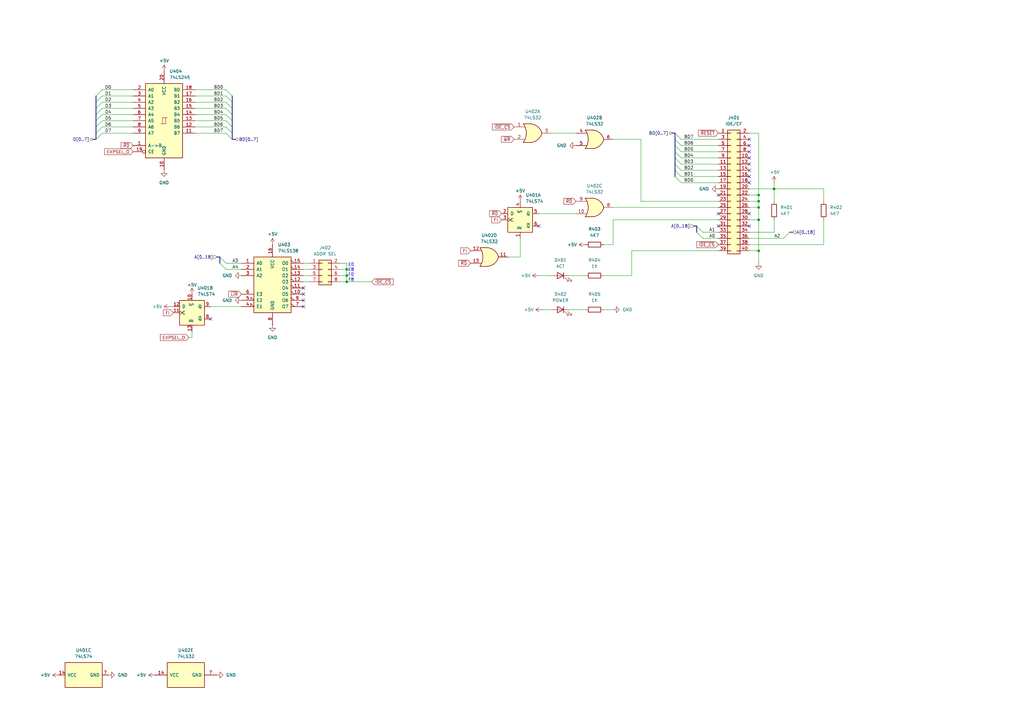
<source format=kicad_sch>
(kicad_sch (version 20231120) (generator "eeschema") (generator_version "8.0")
  (paper "A3")
  (lib_symbols
    (symbol "74xx:74LS138" (pin_names (offset 1.016))
      (property "Reference" "U" (at -7.62 11.43 0))
      (property "Value" "74LS138" (at -7.62 -13.97 0))
      (symbol "74LS138_1_0"
        (pin input line (at -12.7 7.62 0) (length 5.08) (name "A0") (number "1"))
        (pin output output_low (at 12.7 -5.08 180) (length 5.08) (name "O5") (number "10"))
        (pin output output_low (at 12.7 -2.54 180) (length 5.08) (name "O4") (number "11"))
        (pin output output_low (at 12.7 0 180) (length 5.08) (name "O3") (number "12"))
        (pin output output_low (at 12.7 2.54 180) (length 5.08) (name "O2") (number "13"))
        (pin output output_low (at 12.7 5.08 180) (length 5.08) (name "O1") (number "14"))
        (pin output output_low (at 12.7 7.62 180) (length 5.08) (name "O0") (number "15"))
        (pin power_in line (at 0 15.24 270) (length 5.08) (name "VCC") (number "16"))
        (pin input line (at -12.7 5.08 0) (length 5.08) (name "A1") (number "2"))
        (pin input line (at -12.7 2.54 0) (length 5.08) (name "A2") (number "3"))
        (pin input input_low (at -12.7 -10.16 0) (length 5.08) (name "E1") (number "4"))
        (pin input input_low (at -12.7 -7.62 0) (length 5.08) (name "E2") (number "5"))
        (pin input line (at -12.7 -5.08 0) (length 5.08) (name "E3") (number "6"))
        (pin output output_low (at 12.7 -10.16 180) (length 5.08) (name "O7") (number "7"))
        (pin power_in line (at 0 -17.78 90) (length 5.08) (name "GND") (number "8"))
        (pin output output_low (at 12.7 -7.62 180) (length 5.08) (name "O6") (number "9"))
      )
      (symbol "74LS138_1_1"
        (rectangle (start -7.62 10.16) (end 7.62 -12.7) (stroke (width 0.254)) (fill (type background)))
      )
    )
    (symbol "74xx:74LS245" (pin_names (offset 1.016))
      (property "Reference" "U" (at -7.62 16.51 0))
      (property "Value" "74LS245" (at -7.62 -16.51 0))
      (symbol "74LS245_1_0"
        (polyline (pts (xy -0.635 -1.27) (xy -0.635 1.27) (xy 0.635 1.27)))
        (polyline (pts (xy -1.27 -1.27) (xy 0.635 -1.27) (xy 0.635 1.27) (xy 1.27 1.27)))
        (pin input line (at -12.7 -10.16 0) (length 5.08) (name "A->B") (number "1"))
        (pin power_in line (at 0 -20.32 90) (length 5.08) (name "GND") (number "10"))
        (pin tri_state line (at 12.7 -5.08 180) (length 5.08) (name "B7") (number "11"))
        (pin tri_state line (at 12.7 -2.54 180) (length 5.08) (name "B6") (number "12"))
        (pin tri_state line (at 12.7 0 180) (length 5.08) (name "B5") (number "13"))
        (pin tri_state line (at 12.7 2.54 180) (length 5.08) (name "B4") (number "14"))
        (pin tri_state line (at 12.7 5.08 180) (length 5.08) (name "B3") (number "15"))
        (pin tri_state line (at 12.7 7.62 180) (length 5.08) (name "B2") (number "16"))
        (pin tri_state line (at 12.7 10.16 180) (length 5.08) (name "B1") (number "17"))
        (pin tri_state line (at 12.7 12.7 180) (length 5.08) (name "B0") (number "18"))
        (pin input inverted (at -12.7 -12.7 0) (length 5.08) (name "CE") (number "19"))
        (pin tri_state line (at -12.7 12.7 0) (length 5.08) (name "A0") (number "2"))
        (pin power_in line (at 0 20.32 270) (length 5.08) (name "VCC") (number "20"))
        (pin tri_state line (at -12.7 10.16 0) (length 5.08) (name "A1") (number "3"))
        (pin tri_state line (at -12.7 7.62 0) (length 5.08) (name "A2") (number "4"))
        (pin tri_state line (at -12.7 5.08 0) (length 5.08) (name "A3") (number "5"))
        (pin tri_state line (at -12.7 2.54 0) (length 5.08) (name "A4") (number "6"))
        (pin tri_state line (at -12.7 0 0) (length 5.08) (name "A5") (number "7"))
        (pin tri_state line (at -12.7 -2.54 0) (length 5.08) (name "A6") (number "8"))
        (pin tri_state line (at -12.7 -5.08 0) (length 5.08) (name "A7") (number "9"))
      )
      (symbol "74LS245_1_1"
        (rectangle (start -7.62 15.24) (end 7.62 -15.24) (stroke (width 0.254)) (fill (type background)))
      )
    )
    (symbol "74xx:74LS32" (pin_names (offset 1.016))
      (property "Reference" "U" (at 0 1.27 0))
      (property "Value" "74LS32" (at 0 -1.27 0))
      (symbol "74LS32_1_1"
        (arc (start -3.81 -3.81) (mid -2.589 0) (end -3.81 3.81) (stroke (width 0.254)))
        (arc (start -0.6096 -3.81) (mid 2.1842 -2.5851) (end 3.81 0) (stroke (width 0.254)) (fill (type background)))
        (polyline (pts (xy -3.81 -3.81) (xy -0.635 -3.81)) (stroke (width 0.254)) (fill (type background)))
        (polyline (pts (xy -3.81 3.81) (xy -0.635 3.81)) (stroke (width 0.254)) (fill (type background)))
        (polyline (pts (xy -0.635 3.81) (xy -3.81 3.81) (xy -3.81 3.81) (xy -3.556 3.4036) (xy -3.0226 2.2606) (xy -2.6924 1.0414) (xy -2.6162 -0.254) (xy -2.7686 -1.4986) (xy -3.175 -2.7178) (xy -3.81 -3.81) (xy -3.81 -3.81) (xy -0.635 -3.81)) (stroke (width -25.4)) (fill (type background)))
        (arc (start 3.81 0) (mid 2.1915 2.5936) (end -0.6096 3.81) (stroke (width 0.254)) (fill (type background)))
        (pin input line (at -7.62 2.54 0) (length 4.318) (name "~") (number "1"))
        (pin input line (at -7.62 -2.54 0) (length 4.318) (name "~") (number "2"))
        (pin output line (at 7.62 0 180) (length 3.81) (name "~") (number "3"))
      )
      (symbol "74LS32_1_2"
        (arc (start 0 -3.81) (mid 3.7934 0) (end 0 3.81) (stroke (width 0.254)) (fill (type background)))
        (polyline (pts (xy 0 3.81) (xy -3.81 3.81) (xy -3.81 -3.81) (xy 0 -3.81)) (stroke (width 0.254)) (fill (type background)))
        (pin input inverted (at -7.62 2.54 0) (length 3.81) (name "~") (number "1"))
        (pin input inverted (at -7.62 -2.54 0) (length 3.81) (name "~") (number "2"))
        (pin output inverted (at 7.62 0 180) (length 3.81) (name "~") (number "3"))
      )
      (symbol "74LS32_2_1"
        (arc (start -3.81 -3.81) (mid -2.589 0) (end -3.81 3.81) (stroke (width 0.254)))
        (arc (start -0.6096 -3.81) (mid 2.1842 -2.5851) (end 3.81 0) (stroke (width 0.254)) (fill (type background)))
        (polyline (pts (xy -3.81 -3.81) (xy -0.635 -3.81)) (stroke (width 0.254)) (fill (type background)))
        (polyline (pts (xy -3.81 3.81) (xy -0.635 3.81)) (stroke (width 0.254)) (fill (type background)))
        (polyline (pts (xy -0.635 3.81) (xy -3.81 3.81) (xy -3.81 3.81) (xy -3.556 3.4036) (xy -3.0226 2.2606) (xy -2.6924 1.0414) (xy -2.6162 -0.254) (xy -2.7686 -1.4986) (xy -3.175 -2.7178) (xy -3.81 -3.81) (xy -3.81 -3.81) (xy -0.635 -3.81)) (stroke (width -25.4)) (fill (type background)))
        (arc (start 3.81 0) (mid 2.1915 2.5936) (end -0.6096 3.81) (stroke (width 0.254)) (fill (type background)))
        (pin input line (at -7.62 2.54 0) (length 4.318) (name "~") (number "4"))
        (pin input line (at -7.62 -2.54 0) (length 4.318) (name "~") (number "5"))
        (pin output line (at 7.62 0 180) (length 3.81) (name "~") (number "6"))
      )
      (symbol "74LS32_2_2"
        (arc (start 0 -3.81) (mid 3.7934 0) (end 0 3.81) (stroke (width 0.254)) (fill (type background)))
        (polyline (pts (xy 0 3.81) (xy -3.81 3.81) (xy -3.81 -3.81) (xy 0 -3.81)) (stroke (width 0.254)) (fill (type background)))
        (pin input inverted (at -7.62 2.54 0) (length 3.81) (name "~") (number "4"))
        (pin input inverted (at -7.62 -2.54 0) (length 3.81) (name "~") (number "5"))
        (pin output inverted (at 7.62 0 180) (length 3.81) (name "~") (number "6"))
      )
      (symbol "74LS32_3_1"
        (arc (start -3.81 -3.81) (mid -2.589 0) (end -3.81 3.81) (stroke (width 0.254)))
        (arc (start -0.6096 -3.81) (mid 2.1842 -2.5851) (end 3.81 0) (stroke (width 0.254)) (fill (type background)))
        (polyline (pts (xy -3.81 -3.81) (xy -0.635 -3.81)) (stroke (width 0.254)) (fill (type background)))
        (polyline (pts (xy -3.81 3.81) (xy -0.635 3.81)) (stroke (width 0.254)) (fill (type background)))
        (polyline (pts (xy -0.635 3.81) (xy -3.81 3.81) (xy -3.81 3.81) (xy -3.556 3.4036) (xy -3.0226 2.2606) (xy -2.6924 1.0414) (xy -2.6162 -0.254) (xy -2.7686 -1.4986) (xy -3.175 -2.7178) (xy -3.81 -3.81) (xy -3.81 -3.81) (xy -0.635 -3.81)) (stroke (width -25.4)) (fill (type background)))
        (arc (start 3.81 0) (mid 2.1915 2.5936) (end -0.6096 3.81) (stroke (width 0.254)) (fill (type background)))
        (pin input line (at -7.62 -2.54 0) (length 4.318) (name "~") (number "10"))
        (pin output line (at 7.62 0 180) (length 3.81) (name "~") (number "8"))
        (pin input line (at -7.62 2.54 0) (length 4.318) (name "~") (number "9"))
      )
      (symbol "74LS32_3_2"
        (arc (start 0 -3.81) (mid 3.7934 0) (end 0 3.81) (stroke (width 0.254)) (fill (type background)))
        (polyline (pts (xy 0 3.81) (xy -3.81 3.81) (xy -3.81 -3.81) (xy 0 -3.81)) (stroke (width 0.254)) (fill (type background)))
        (pin input inverted (at -7.62 -2.54 0) (length 3.81) (name "~") (number "10"))
        (pin output inverted (at 7.62 0 180) (length 3.81) (name "~") (number "8"))
        (pin input inverted (at -7.62 2.54 0) (length 3.81) (name "~") (number "9"))
      )
      (symbol "74LS32_4_1"
        (arc (start -3.81 -3.81) (mid -2.589 0) (end -3.81 3.81) (stroke (width 0.254)))
        (arc (start -0.6096 -3.81) (mid 2.1842 -2.5851) (end 3.81 0) (stroke (width 0.254)) (fill (type background)))
        (polyline (pts (xy -3.81 -3.81) (xy -0.635 -3.81)) (stroke (width 0.254)) (fill (type background)))
        (polyline (pts (xy -3.81 3.81) (xy -0.635 3.81)) (stroke (width 0.254)) (fill (type background)))
        (polyline (pts (xy -0.635 3.81) (xy -3.81 3.81) (xy -3.81 3.81) (xy -3.556 3.4036) (xy -3.0226 2.2606) (xy -2.6924 1.0414) (xy -2.6162 -0.254) (xy -2.7686 -1.4986) (xy -3.175 -2.7178) (xy -3.81 -3.81) (xy -3.81 -3.81) (xy -0.635 -3.81)) (stroke (width -25.4)) (fill (type background)))
        (arc (start 3.81 0) (mid 2.1915 2.5936) (end -0.6096 3.81) (stroke (width 0.254)) (fill (type background)))
        (pin output line (at 7.62 0 180) (length 3.81) (name "~") (number "11"))
        (pin input line (at -7.62 2.54 0) (length 4.318) (name "~") (number "12"))
        (pin input line (at -7.62 -2.54 0) (length 4.318) (name "~") (number "13"))
      )
      (symbol "74LS32_4_2"
        (arc (start 0 -3.81) (mid 3.7934 0) (end 0 3.81) (stroke (width 0.254)) (fill (type background)))
        (polyline (pts (xy 0 3.81) (xy -3.81 3.81) (xy -3.81 -3.81) (xy 0 -3.81)) (stroke (width 0.254)) (fill (type background)))
        (pin output inverted (at 7.62 0 180) (length 3.81) (name "~") (number "11"))
        (pin input inverted (at -7.62 2.54 0) (length 3.81) (name "~") (number "12"))
        (pin input inverted (at -7.62 -2.54 0) (length 3.81) (name "~") (number "13"))
      )
      (symbol "74LS32_5_0"
        (pin power_in line (at 0 12.7 270) (length 5.08) (name "VCC") (number "14"))
        (pin power_in line (at 0 -12.7 90) (length 5.08) (name "GND") (number "7"))
      )
      (symbol "74LS32_5_1"
        (rectangle (start -5.08 7.62) (end 5.08 -7.62) (stroke (width 0.254)) (fill (type background)))
      )
    )
    (symbol "74xx:74LS74" (pin_names (offset 1.016))
      (property "Reference" "U" (at -7.62 8.89 0))
      (property "Value" "74LS74" (at -7.62 -8.89 0))
      (symbol "74LS74_1_0"
        (pin input line (at 0 -7.62 90) (length 2.54) (name "~{R}") (number "1"))
        (pin input line (at -7.62 2.54 0) (length 2.54) (name "D") (number "2"))
        (pin input clock (at -7.62 0 0) (length 2.54) (name "C") (number "3"))
        (pin input line (at 0 7.62 270) (length 2.54) (name "~{S}") (number "4"))
        (pin output line (at 7.62 2.54 180) (length 2.54) (name "Q") (number "5"))
        (pin output line (at 7.62 -2.54 180) (length 2.54) (name "~{Q}") (number "6"))
      )
      (symbol "74LS74_1_1"
        (rectangle (start -5.08 5.08) (end 5.08 -5.08) (stroke (width 0.254)) (fill (type background)))
      )
      (symbol "74LS74_2_0"
        (pin input line (at 0 7.62 270) (length 2.54) (name "~{S}") (number "10"))
        (pin input clock (at -7.62 0 0) (length 2.54) (name "C") (number "11"))
        (pin input line (at -7.62 2.54 0) (length 2.54) (name "D") (number "12"))
        (pin input line (at 0 -7.62 90) (length 2.54) (name "~{R}") (number "13"))
        (pin output line (at 7.62 -2.54 180) (length 2.54) (name "~{Q}") (number "8"))
        (pin output line (at 7.62 2.54 180) (length 2.54) (name "Q") (number "9"))
      )
      (symbol "74LS74_2_1"
        (rectangle (start -5.08 5.08) (end 5.08 -5.08) (stroke (width 0.254)) (fill (type background)))
      )
      (symbol "74LS74_3_0"
        (pin power_in line (at 0 10.16 270) (length 2.54) (name "VCC") (number "14"))
        (pin power_in line (at 0 -10.16 90) (length 2.54) (name "GND") (number "7"))
      )
      (symbol "74LS74_3_1"
        (rectangle (start -5.08 7.62) (end 5.08 -7.62) (stroke (width 0.254)) (fill (type background)))
      )
    )
    (symbol "Connector_Generic:Conn_02x04_Odd_Even" (pin_names (offset 1.016) hide)
      (property "Reference" "J" (at 1.27 5.08 0))
      (property "Value" "Conn_02x04_Odd_Even" (at 1.27 -7.62 0))
      (symbol "Conn_02x04_Odd_Even_1_1"
        (rectangle (start -1.27 -4.953) (end 0 -5.207) (stroke (width 0.1524)))
        (rectangle (start -1.27 -2.413) (end 0 -2.667) (stroke (width 0.1524)))
        (rectangle (start -1.27 0.127) (end 0 -0.127) (stroke (width 0.1524)))
        (rectangle (start -1.27 2.667) (end 0 2.413) (stroke (width 0.1524)))
        (rectangle (start -1.27 3.81) (end 3.81 -6.35) (stroke (width 0.254)) (fill (type background)))
        (rectangle (start 3.81 -4.953) (end 2.54 -5.207) (stroke (width 0.1524)))
        (rectangle (start 3.81 -2.413) (end 2.54 -2.667) (stroke (width 0.1524)))
        (rectangle (start 3.81 0.127) (end 2.54 -0.127) (stroke (width 0.1524)))
        (rectangle (start 3.81 2.667) (end 2.54 2.413) (stroke (width 0.1524)))
        (pin passive line (at -5.08 2.54 0) (length 3.81) (name "Pin_1") (number "1"))
        (pin passive line (at 7.62 2.54 180) (length 3.81) (name "Pin_2") (number "2"))
        (pin passive line (at -5.08 0 0) (length 3.81) (name "Pin_3") (number "3"))
        (pin passive line (at 7.62 0 180) (length 3.81) (name "Pin_4") (number "4"))
        (pin passive line (at -5.08 -2.54 0) (length 3.81) (name "Pin_5") (number "5"))
        (pin passive line (at 7.62 -2.54 180) (length 3.81) (name "Pin_6") (number "6"))
        (pin passive line (at -5.08 -5.08 0) (length 3.81) (name "Pin_7") (number "7"))
        (pin passive line (at 7.62 -5.08 180) (length 3.81) (name "Pin_8") (number "8"))
      )
    )
    (symbol "Connector_Generic:Conn_02x20_Odd_Even" (pin_names (offset 1.016) hide)
      (property "Reference" "J" (at 1.27 25.4 0))
      (property "Value" "Conn_02x20_Odd_Even" (at 1.27 -27.94 0))
      (symbol "Conn_02x20_Odd_Even_1_1"
        (rectangle (start -1.27 -25.273) (end 0 -25.527) (stroke (width 0.1524)))
        (rectangle (start -1.27 -22.733) (end 0 -22.987) (stroke (width 0.1524)))
        (rectangle (start -1.27 -20.193) (end 0 -20.447) (stroke (width 0.1524)))
        (rectangle (start -1.27 -17.653) (end 0 -17.907) (stroke (width 0.1524)))
        (rectangle (start -1.27 -15.113) (end 0 -15.367) (stroke (width 0.1524)))
        (rectangle (start -1.27 -12.573) (end 0 -12.827) (stroke (width 0.1524)))
        (rectangle (start -1.27 -10.033) (end 0 -10.287) (stroke (width 0.1524)))
        (rectangle (start -1.27 -7.493) (end 0 -7.747) (stroke (width 0.1524)))
        (rectangle (start -1.27 -4.953) (end 0 -5.207) (stroke (width 0.1524)))
        (rectangle (start -1.27 -2.413) (end 0 -2.667) (stroke (width 0.1524)))
        (rectangle (start -1.27 0.127) (end 0 -0.127) (stroke (width 0.1524)))
        (rectangle (start -1.27 2.667) (end 0 2.413) (stroke (width 0.1524)))
        (rectangle (start -1.27 5.207) (end 0 4.953) (stroke (width 0.1524)))
        (rectangle (start -1.27 7.747) (end 0 7.493) (stroke (width 0.1524)))
        (rectangle (start -1.27 10.287) (end 0 10.033) (stroke (width 0.1524)))
        (rectangle (start -1.27 12.827) (end 0 12.573) (stroke (width 0.1524)))
        (rectangle (start -1.27 15.367) (end 0 15.113) (stroke (width 0.1524)))
        (rectangle (start -1.27 17.907) (end 0 17.653) (stroke (width 0.1524)))
        (rectangle (start -1.27 20.447) (end 0 20.193) (stroke (width 0.1524)))
        (rectangle (start -1.27 22.987) (end 0 22.733) (stroke (width 0.1524)))
        (rectangle (start -1.27 24.13) (end 3.81 -26.67) (stroke (width 0.254)) (fill (type background)))
        (rectangle (start 3.81 -25.273) (end 2.54 -25.527) (stroke (width 0.1524)))
        (rectangle (start 3.81 -22.733) (end 2.54 -22.987) (stroke (width 0.1524)))
        (rectangle (start 3.81 -20.193) (end 2.54 -20.447) (stroke (width 0.1524)))
        (rectangle (start 3.81 -17.653) (end 2.54 -17.907) (stroke (width 0.1524)))
        (rectangle (start 3.81 -15.113) (end 2.54 -15.367) (stroke (width 0.1524)))
        (rectangle (start 3.81 -12.573) (end 2.54 -12.827) (stroke (width 0.1524)))
        (rectangle (start 3.81 -10.033) (end 2.54 -10.287) (stroke (width 0.1524)))
        (rectangle (start 3.81 -7.493) (end 2.54 -7.747) (stroke (width 0.1524)))
        (rectangle (start 3.81 -4.953) (end 2.54 -5.207) (stroke (width 0.1524)))
        (rectangle (start 3.81 -2.413) (end 2.54 -2.667) (stroke (width 0.1524)))
        (rectangle (start 3.81 0.127) (end 2.54 -0.127) (stroke (width 0.1524)))
        (rectangle (start 3.81 2.667) (end 2.54 2.413) (stroke (width 0.1524)))
        (rectangle (start 3.81 5.207) (end 2.54 4.953) (stroke (width 0.1524)))
        (rectangle (start 3.81 7.747) (end 2.54 7.493) (stroke (width 0.1524)))
        (rectangle (start 3.81 10.287) (end 2.54 10.033) (stroke (width 0.1524)))
        (rectangle (start 3.81 12.827) (end 2.54 12.573) (stroke (width 0.1524)))
        (rectangle (start 3.81 15.367) (end 2.54 15.113) (stroke (width 0.1524)))
        (rectangle (start 3.81 17.907) (end 2.54 17.653) (stroke (width 0.1524)))
        (rectangle (start 3.81 20.447) (end 2.54 20.193) (stroke (width 0.1524)))
        (rectangle (start 3.81 22.987) (end 2.54 22.733) (stroke (width 0.1524)))
        (pin passive line (at -5.08 22.86 0) (length 3.81) (name "Pin_1") (number "1"))
        (pin passive line (at 7.62 12.7 180) (length 3.81) (name "Pin_10") (number "10"))
        (pin passive line (at -5.08 10.16 0) (length 3.81) (name "Pin_11") (number "11"))
        (pin passive line (at 7.62 10.16 180) (length 3.81) (name "Pin_12") (number "12"))
        (pin passive line (at -5.08 7.62 0) (length 3.81) (name "Pin_13") (number "13"))
        (pin passive line (at 7.62 7.62 180) (length 3.81) (name "Pin_14") (number "14"))
        (pin passive line (at -5.08 5.08 0) (length 3.81) (name "Pin_15") (number "15"))
        (pin passive line (at 7.62 5.08 180) (length 3.81) (name "Pin_16") (number "16"))
        (pin passive line (at -5.08 2.54 0) (length 3.81) (name "Pin_17") (number "17"))
        (pin passive line (at 7.62 2.54 180) (length 3.81) (name "Pin_18") (number "18"))
        (pin passive line (at -5.08 0 0) (length 3.81) (name "Pin_19") (number "19"))
        (pin passive line (at 7.62 22.86 180) (length 3.81) (name "Pin_2") (number "2"))
        (pin passive line (at 7.62 0 180) (length 3.81) (name "Pin_20") (number "20"))
        (pin passive line (at -5.08 -2.54 0) (length 3.81) (name "Pin_21") (number "21"))
        (pin passive line (at 7.62 -2.54 180) (length 3.81) (name "Pin_22") (number "22"))
        (pin passive line (at -5.08 -5.08 0) (length 3.81) (name "Pin_23") (number "23"))
        (pin passive line (at 7.62 -5.08 180) (length 3.81) (name "Pin_24") (number "24"))
        (pin passive line (at -5.08 -7.62 0) (length 3.81) (name "Pin_25") (number "25"))
        (pin passive line (at 7.62 -7.62 180) (length 3.81) (name "Pin_26") (number "26"))
        (pin passive line (at -5.08 -10.16 0) (length 3.81) (name "Pin_27") (number "27"))
        (pin passive line (at 7.62 -10.16 180) (length 3.81) (name "Pin_28") (number "28"))
        (pin passive line (at -5.08 -12.7 0) (length 3.81) (name "Pin_29") (number "29"))
        (pin passive line (at -5.08 20.32 0) (length 3.81) (name "Pin_3") (number "3"))
        (pin passive line (at 7.62 -12.7 180) (length 3.81) (name "Pin_30") (number "30"))
        (pin passive line (at -5.08 -15.24 0) (length 3.81) (name "Pin_31") (number "31"))
        (pin passive line (at 7.62 -15.24 180) (length 3.81) (name "Pin_32") (number "32"))
        (pin passive line (at -5.08 -17.78 0) (length 3.81) (name "Pin_33") (number "33"))
        (pin passive line (at 7.62 -17.78 180) (length 3.81) (name "Pin_34") (number "34"))
        (pin passive line (at -5.08 -20.32 0) (length 3.81) (name "Pin_35") (number "35"))
        (pin passive line (at 7.62 -20.32 180) (length 3.81) (name "Pin_36") (number "36"))
        (pin passive line (at -5.08 -22.86 0) (length 3.81) (name "Pin_37") (number "37"))
        (pin passive line (at 7.62 -22.86 180) (length 3.81) (name "Pin_38") (number "38"))
        (pin passive line (at -5.08 -25.4 0) (length 3.81) (name "Pin_39") (number "39"))
        (pin passive line (at 7.62 20.32 180) (length 3.81) (name "Pin_4") (number "4"))
        (pin passive line (at 7.62 -25.4 180) (length 3.81) (name "Pin_40") (number "40"))
        (pin passive line (at -5.08 17.78 0) (length 3.81) (name "Pin_5") (number "5"))
        (pin passive line (at 7.62 17.78 180) (length 3.81) (name "Pin_6") (number "6"))
        (pin passive line (at -5.08 15.24 0) (length 3.81) (name "Pin_7") (number "7"))
        (pin passive line (at 7.62 15.24 180) (length 3.81) (name "Pin_8") (number "8"))
        (pin passive line (at -5.08 12.7 0) (length 3.81) (name "Pin_9") (number "9"))
      )
    )
    (symbol "Device:LED" (pin_numbers hide) (pin_names (offset 1.016) hide)
      (property "Reference" "D" (at 0 2.54 0))
      (property "Value" "LED" (at 0 -2.54 0))
      (symbol "LED_0_1"
        (polyline (pts (xy -1.27 -1.27) (xy -1.27 1.27)) (stroke (width 0.254)))
        (polyline (pts (xy -1.27 0) (xy 1.27 0)))
        (polyline (pts (xy 1.27 -1.27) (xy 1.27 1.27) (xy -1.27 0) (xy 1.27 -1.27)) (stroke (width 0.254)))
        (polyline (pts (xy -3.048 -0.762) (xy -4.572 -2.286) (xy -3.81 -2.286) (xy -4.572 -2.286) (xy -4.572 -1.524)))
        (polyline (pts (xy -1.778 -0.762) (xy -3.302 -2.286) (xy -2.54 -2.286) (xy -3.302 -2.286) (xy -3.302 -1.524)))
      )
      (symbol "LED_1_1"
        (pin passive line (at -3.81 0 0) (length 2.54) (name "K") (number "1"))
        (pin passive line (at 3.81 0 180) (length 2.54) (name "A") (number "2"))
      )
    )
    (symbol "Device:R" (pin_numbers hide) (pin_names (offset 0))
      (property "Reference" "R" (at 2.032 0 90))
      (property "Value" "R" (at 0 0 90))
      (symbol "R_0_1"
        (rectangle (start -1.016 -2.54) (end 1.016 2.54) (stroke (width 0.254)))
      )
      (symbol "R_1_1"
        (pin passive line (at 0 3.81 270) (length 1.27) (name "~") (number "1"))
        (pin passive line (at 0 -3.81 90) (length 1.27) (name "~") (number "2"))
      )
    )
    (symbol "power:+5V" (power) (pin_numbers hide) (pin_names (offset 0) hide)
      (property "Value" "+5V" (at 0 3.556 0))
      (symbol "+5V_0_1"
        (polyline (pts (xy -0.762 1.27) (xy 0 2.54)))
        (polyline (pts (xy 0 0) (xy 0 2.54)))
        (polyline (pts (xy 0 2.54) (xy 0.762 1.27)))
      )
      (symbol "+5V_1_1"
        (pin power_in line (at 0 0 90) (length 0) (name "~") (number "1"))
      )
    )
    (symbol "power:GND" (power) (pin_numbers hide) (pin_names (offset 0) hide)
      (property "Value" "GND" (at 0 -3.81 0))
      (symbol "GND_0_1"
        (polyline (pts (xy 0 0) (xy 0 -1.27) (xy 1.27 -1.27) (xy 0 -2.54) (xy -1.27 -1.27) (xy 0 -1.27)))
      )
      (symbol "GND_1_1"
        (pin power_in line (at 0 0 270) (length 0) (name "~") (number "1"))
      )
    )
  )
  (junction (at 311.15 82.55))
  (junction (at 142.24 115.57))
  (junction (at 311.15 85.09))
  (junction (at 317.5 77.47))
  (junction (at 311.15 80.01))
  (junction (at 311.15 90.17))
  (junction (at 142.24 110.49))
  (junction (at 142.24 113.03))
  (junction (at 311.15 102.87))
  (no_connect (at 124.46 125.73))
  (no_connect (at 86.36 130.81))
  (no_connect (at 307.34 67.31))
  (no_connect (at 307.34 87.63))
  (no_connect (at 220.98 92.71))
  (no_connect (at 307.34 59.69))
  (no_connect (at 294.64 87.63))
  (no_connect (at 124.46 118.11))
  (no_connect (at 307.34 57.15))
  (no_connect (at 294.64 80.01))
  (no_connect (at 124.46 120.65))
  (no_connect (at 307.34 92.71))
  (no_connect (at 294.64 92.71))
  (no_connect (at 307.34 72.39))
  (no_connect (at 124.46 123.19))
  (no_connect (at 307.34 69.85))
  (no_connect (at 307.34 62.23))
  (no_connect (at 307.34 64.77))
  (no_connect (at 307.34 74.93))
  (bus_entry (at 92.71 49.53) (size 2.54 2.54))
  (bus_entry (at 92.71 44.45) (size 2.54 2.54))
  (bus_entry (at 279.4 57.15) (size -2.54 -2.54))
  (bus_entry (at 90.17 105.41) (size 2.54 2.54))
  (bus_entry (at 279.4 67.31) (size -2.54 -2.54))
  (bus_entry (at 92.71 39.37) (size 2.54 2.54))
  (bus_entry (at 285.75 95.25) (size 2.54 2.54))
  (bus_entry (at 41.91 46.99) (size -2.54 2.54))
  (bus_entry (at 323.85 95.25) (size -2.54 2.54))
  (bus_entry (at 41.91 39.37) (size -2.54 2.54))
  (bus_entry (at 92.71 52.07) (size 2.54 2.54))
  (bus_entry (at 279.4 64.77) (size -2.54 -2.54))
  (bus_entry (at 41.91 52.07) (size -2.54 2.54))
  (bus_entry (at 279.4 72.39) (size -2.54 -2.54))
  (bus_entry (at 92.71 41.91) (size 2.54 2.54))
  (bus_entry (at 279.4 62.23) (size -2.54 -2.54))
  (bus_entry (at 92.71 54.61) (size 2.54 2.54))
  (bus_entry (at 41.91 36.83) (size -2.54 2.54))
  (bus_entry (at 90.17 107.95) (size 2.54 2.54))
  (bus_entry (at 92.71 36.83) (size 2.54 2.54))
  (bus_entry (at 41.91 44.45) (size -2.54 2.54))
  (bus_entry (at 279.4 74.93) (size -2.54 -2.54))
  (bus_entry (at 92.71 46.99) (size 2.54 2.54))
  (bus_entry (at 279.4 69.85) (size -2.54 -2.54))
  (bus_entry (at 279.4 59.69) (size -2.54 -2.54))
  (bus_entry (at 41.91 54.61) (size -2.54 2.54))
  (bus_entry (at 41.91 41.91) (size -2.54 2.54))
  (bus_entry (at 41.91 49.53) (size -2.54 2.54))
  (bus_entry (at 285.75 92.71) (size 2.54 2.54))
  (wire (pts (xy 213.36 105.41) (xy 213.36 97.79)))
  (wire (pts (xy 142.24 113.03) (xy 142.24 115.57)))
  (wire (pts (xy 279.4 59.69) (xy 294.64 59.69)))
  (wire (pts (xy 307.34 97.79) (xy 321.31 97.79)))
  (bus (pts (xy 95.25 52.07) (xy 95.25 49.53)))
  (wire (pts (xy 127 107.95) (xy 124.46 107.95)))
  (wire (pts (xy 279.4 64.77) (xy 294.64 64.77)))
  (wire (pts (xy 233.68 127) (xy 240.03 127)))
  (bus (pts (xy 95.25 54.61) (xy 95.25 52.07)))
  (wire (pts (xy 337.82 100.33) (xy 307.34 100.33)))
  (wire (pts (xy 307.34 85.09) (xy 311.15 85.09)))
  (bus (pts (xy 39.37 52.07) (xy 39.37 49.53)))
  (wire (pts (xy 307.34 95.25) (xy 317.5 95.25)))
  (wire (pts (xy 80.01 54.61) (xy 92.71 54.61)))
  (bus (pts (xy 95.25 57.15) (xy 95.25 54.61)))
  (wire (pts (xy 80.01 36.83) (xy 92.71 36.83)))
  (wire (pts (xy 142.24 110.49) (xy 142.24 113.03)))
  (wire (pts (xy 279.4 69.85) (xy 294.64 69.85)))
  (wire (pts (xy 279.4 57.15) (xy 294.64 57.15)))
  (wire (pts (xy 142.24 107.95) (xy 142.24 110.49)))
  (bus (pts (xy 276.86 59.69) (xy 276.86 62.23)))
  (wire (pts (xy 251.46 57.15) (xy 262.89 57.15)))
  (bus (pts (xy 96.52 57.15) (xy 95.25 57.15)))
  (wire (pts (xy 288.29 95.25) (xy 294.64 95.25)))
  (bus (pts (xy 276.86 64.77) (xy 276.86 67.31)))
  (wire (pts (xy 311.15 102.87) (xy 311.15 107.95)))
  (wire (pts (xy 41.91 44.45) (xy 54.61 44.45)))
  (wire (pts (xy 279.4 67.31) (xy 294.64 67.31)))
  (bus (pts (xy 276.86 69.85) (xy 276.86 72.39)))
  (wire (pts (xy 279.4 72.39) (xy 294.64 72.39)))
  (wire (pts (xy 80.01 41.91) (xy 92.71 41.91)))
  (wire (pts (xy 317.5 77.47) (xy 317.5 82.55)))
  (bus (pts (xy 275.59 54.61) (xy 276.86 54.61)))
  (wire (pts (xy 78.74 138.43) (xy 78.74 135.89)))
  (bus (pts (xy 90.17 107.95) (xy 90.17 105.41)))
  (wire (pts (xy 41.91 39.37) (xy 54.61 39.37)))
  (bus (pts (xy 95.25 41.91) (xy 95.25 39.37)))
  (wire (pts (xy 307.34 54.61) (xy 311.15 54.61)))
  (wire (pts (xy 142.24 115.57) (xy 152.4 115.57)))
  (bus (pts (xy 39.37 46.99) (xy 39.37 44.45)))
  (wire (pts (xy 80.01 39.37) (xy 92.71 39.37)))
  (wire (pts (xy 251.46 90.17) (xy 294.64 90.17)))
  (wire (pts (xy 279.4 62.23) (xy 294.64 62.23)))
  (wire (pts (xy 311.15 90.17) (xy 311.15 102.87)))
  (bus (pts (xy 276.86 67.31) (xy 276.86 69.85)))
  (wire (pts (xy 251.46 85.09) (xy 294.64 85.09)))
  (wire (pts (xy 307.34 102.87) (xy 311.15 102.87)))
  (wire (pts (xy 337.82 82.55) (xy 337.82 77.47)))
  (bus (pts (xy 39.37 54.61) (xy 39.37 52.07)))
  (wire (pts (xy 294.64 97.79) (xy 288.29 97.79)))
  (wire (pts (xy 236.22 87.63) (xy 220.98 87.63)))
  (wire (pts (xy 307.34 80.01) (xy 311.15 80.01)))
  (wire (pts (xy 337.82 90.17) (xy 337.82 100.33)))
  (bus (pts (xy 276.86 54.61) (xy 276.86 57.15)))
  (bus (pts (xy 39.37 41.91) (xy 39.37 39.37)))
  (wire (pts (xy 86.36 125.73) (xy 99.06 125.73)))
  (wire (pts (xy 41.91 52.07) (xy 54.61 52.07)))
  (bus (pts (xy 39.37 57.15) (xy 39.37 54.61)))
  (wire (pts (xy 80.01 46.99) (xy 92.71 46.99)))
  (bus (pts (xy 39.37 49.53) (xy 39.37 46.99)))
  (wire (pts (xy 307.34 90.17) (xy 311.15 90.17)))
  (bus (pts (xy 95.25 49.53) (xy 95.25 46.99)))
  (wire (pts (xy 139.7 110.49) (xy 142.24 110.49)))
  (wire (pts (xy 220.98 113.03) (xy 226.06 113.03)))
  (wire (pts (xy 337.82 77.47) (xy 317.5 77.47)))
  (bus (pts (xy 276.86 57.15) (xy 276.86 59.69)))
  (wire (pts (xy 311.15 54.61) (xy 311.15 80.01)))
  (wire (pts (xy 311.15 85.09) (xy 311.15 90.17)))
  (bus (pts (xy 284.48 92.71) (xy 285.75 92.71)))
  (wire (pts (xy 222.25 127) (xy 226.06 127)))
  (wire (pts (xy 41.91 46.99) (xy 54.61 46.99)))
  (wire (pts (xy 139.7 115.57) (xy 142.24 115.57)))
  (wire (pts (xy 80.01 52.07) (xy 92.71 52.07)))
  (wire (pts (xy 127 113.03) (xy 124.46 113.03)))
  (wire (pts (xy 41.91 41.91) (xy 54.61 41.91)))
  (wire (pts (xy 77.47 138.43) (xy 78.74 138.43)))
  (bus (pts (xy 285.75 95.25) (xy 285.75 92.71)))
  (wire (pts (xy 259.08 113.03) (xy 259.08 102.87)))
  (wire (pts (xy 92.71 107.95) (xy 99.06 107.95)))
  (wire (pts (xy 127 115.57) (xy 124.46 115.57)))
  (wire (pts (xy 247.65 100.33) (xy 251.46 100.33)))
  (wire (pts (xy 208.28 105.41) (xy 213.36 105.41)))
  (wire (pts (xy 279.4 74.93) (xy 294.64 74.93)))
  (wire (pts (xy 233.68 113.03) (xy 240.03 113.03)))
  (wire (pts (xy 69.85 125.73) (xy 71.12 125.73)))
  (wire (pts (xy 311.15 82.55) (xy 311.15 85.09)))
  (bus (pts (xy 325.12 95.25) (xy 323.85 95.25)))
  (wire (pts (xy 317.5 90.17) (xy 317.5 95.25)))
  (wire (pts (xy 80.01 44.45) (xy 92.71 44.45)))
  (wire (pts (xy 139.7 113.03) (xy 142.24 113.03)))
  (wire (pts (xy 41.91 49.53) (xy 54.61 49.53)))
  (wire (pts (xy 262.89 82.55) (xy 294.64 82.55)))
  (wire (pts (xy 41.91 54.61) (xy 54.61 54.61)))
  (wire (pts (xy 262.89 57.15) (xy 262.89 82.55)))
  (bus (pts (xy 95.25 46.99) (xy 95.25 44.45)))
  (bus (pts (xy 39.37 44.45) (xy 39.37 41.91)))
  (wire (pts (xy 80.01 49.53) (xy 92.71 49.53)))
  (bus (pts (xy 276.86 62.23) (xy 276.86 64.77)))
  (bus (pts (xy 88.9 105.41) (xy 90.17 105.41)))
  (wire (pts (xy 259.08 102.87) (xy 294.64 102.87)))
  (wire (pts (xy 236.22 54.61) (xy 226.06 54.61)))
  (bus (pts (xy 38.1 57.15) (xy 39.37 57.15)))
  (wire (pts (xy 251.46 127) (xy 247.65 127)))
  (wire (pts (xy 317.5 74.93) (xy 317.5 77.47)))
  (wire (pts (xy 99.06 110.49) (xy 92.71 110.49)))
  (wire (pts (xy 41.91 36.83) (xy 54.61 36.83)))
  (wire (pts (xy 307.34 82.55) (xy 311.15 82.55)))
  (wire (pts (xy 307.34 77.47) (xy 317.5 77.47)))
  (wire (pts (xy 139.7 107.95) (xy 142.24 107.95)))
  (wire (pts (xy 311.15 80.01) (xy 311.15 82.55)))
  (wire (pts (xy 127 110.49) (xy 124.46 110.49)))
  (wire (pts (xy 247.65 113.03) (xy 259.08 113.03)))
  (bus (pts (xy 95.25 44.45) (xy 95.25 41.91)))
  (wire (pts (xy 251.46 100.33) (xy 251.46 90.17)))
  (text "E0\nE8\nF0\nF8" (at 144.018 111.76 0) (effects (font (size 1.27 1.27))))
  (label "BD3" (at 87.63 44.45 0))
  (label "D6" (at 45.72 52.07 180))
  (label "A2" (at 320.04 97.79 180))
  (label "D2" (at 45.72 41.91 180))
  (label "D1" (at 45.72 39.37 180))
  (label "BD2" (at 284.48 69.85 180))
  (label "BD6" (at 87.63 52.07 0))
  (label "BD2" (at 87.63 41.91 0))
  (label "D0" (at 45.72 36.83 180))
  (label "BD7" (at 87.63 54.61 0))
  (label "BD5" (at 87.63 49.53 0))
  (label "BD5" (at 284.48 62.23 180))
  (label "BD1" (at 284.48 72.39 180))
  (label "BD4" (at 284.48 64.77 180))
  (label "BD4" (at 87.63 46.99 0))
  (label "A1" (at 290.83 95.25 0))
  (label "D3" (at 45.72 44.45 180))
  (label "BD6" (at 284.48 59.69 180))
  (label "D7" (at 45.72 54.61 180))
  (label "BD1" (at 87.63 39.37 0))
  (label "BD3" (at 284.48 67.31 180))
  (label "A3" (at 95.25 107.95 0))
  (label "A4" (at 95.25 110.49 0))
  (label "A0" (at 290.83 97.79 0))
  (label "BD7" (at 284.48 57.15 180))
  (label "BD0" (at 87.63 36.83 0))
  (label "D4" (at 45.72 46.99 180))
  (label "D5" (at 45.72 49.53 180))
  (label "BD0" (at 284.48 74.93 180))
  (global_label "~{RESET}" (shape input) (at 294.64 54.61 180) (property "Intersheetrefs" "${INTERSHEET_REFS}" (effects (hide yes))))
  (global_label "~{RD}" (shape input) (at 193.04 107.95 180) (property "Intersheetrefs" "${INTERSHEET_REFS}" (effects (hide yes))))
  (global_label "~{IDE_CS}" (shape input) (at 294.64 100.33 180) (property "Intersheetrefs" "${INTERSHEET_REFS}" (effects (hide yes))))
  (global_label "~{LIR}" (shape input) (at 99.06 120.65 180) (property "Intersheetrefs" "${INTERSHEET_REFS}" (effects (hide yes))))
  (global_label "~{WR}" (shape input) (at 210.82 57.15 180) (property "Intersheetrefs" "${INTERSHEET_REFS}" (effects (hide yes))))
  (global_label "EXPSEL_O" (shape input) (at 77.47 138.43 180) (property "Intersheetrefs" "${INTERSHEET_REFS}" (effects (hide yes))))
  (global_label "EXPSEL_O" (shape input) (at 54.61 62.23 180) (property "Intersheetrefs" "${INTERSHEET_REFS}" (effects (hide yes))))
  (global_label "~{IDE_CS}" (shape input) (at 210.82 52.07 180) (property "Intersheetrefs" "${INTERSHEET_REFS}" (effects (hide yes))))
  (global_label "~{IDE_CS}" (shape input) (at 152.4 115.57 0) (property "Intersheetrefs" "${INTERSHEET_REFS}" (effects (hide yes))))
  (global_label "FI" (shape input) (at 71.12 128.27 180) (property "Intersheetrefs" "${INTERSHEET_REFS}" (effects (hide yes))))
  (global_label "FI" (shape input) (at 193.04 102.87 180) (property "Intersheetrefs" "${INTERSHEET_REFS}" (effects (hide yes))))
  (global_label "FI" (shape input) (at 205.74 90.17 180) (property "Intersheetrefs" "${INTERSHEET_REFS}" (effects (hide yes))))
  (global_label "~{RD}" (shape input) (at 54.61 59.69 180) (property "Intersheetrefs" "${INTERSHEET_REFS}" (effects (hide yes))))
  (global_label "~{RD}" (shape input) (at 236.22 82.55 180) (property "Intersheetrefs" "${INTERSHEET_REFS}" (effects (hide yes))))
  (global_label "~{RD}" (shape input) (at 205.74 87.63 180) (property "Intersheetrefs" "${INTERSHEET_REFS}" (effects (hide yes))))
  (hierarchical_label "A[0..18]" (shape input) (at 88.9 105.41 180))
  (hierarchical_label "A[0..18]" (shape input) (at 284.48 92.71 180))
  (hierarchical_label "BD[0..7]" (shape bidirectional) (at 96.52 57.15 0))
  (hierarchical_label "BD[0..7]" (shape bidirectional) (at 275.59 54.61 180))
  (hierarchical_label "D[0..7]" (shape bidirectional) (at 38.1 57.15 180))
  (hierarchical_label "A[0..18]" (shape input) (at 325.12 95.25 0))
  (symbol (lib_id "74xx:74LS32") (at 243.84 85.09 0) (unit 3)
    (property "Reference" "U402" (at 243.84 76.2 0))
    (property "Value" "74LS32" (at 243.84 78.74 0))
    (property "Footprint" "011TIM:DIP-14_W7.62mm" (effects (hide yes)))
    (property "Datasheet" "http://www.ti.com/lit/gpn/sn74LS32" (effects (hide yes)))
    (property "Description" "Quad 2-input OR" (effects (hide yes)))
  )
  (symbol (lib_id "power:+5V") (at 222.25 127 90) (unit 1)
    (property "Reference" "#PWR0420" (effects (hide yes)))
    (property "Value" "+5V" (at 218.948 127 90) (effects (justify left)))
    (property "Description" "Power symbol creates a global label with name \"+5V\"" (effects (hide yes)))
  )
  (symbol (lib_id "74xx:74LS32") (at 218.44 54.61 0) (unit 1)
    (property "Reference" "U402" (at 218.44 45.72 0))
    (property "Value" "74LS32" (at 218.44 48.26 0))
    (property "Footprint" "011TIM:DIP-14_W7.62mm" (effects (hide yes)))
    (property "Datasheet" "http://www.ti.com/lit/gpn/sn74LS32" (effects (hide yes)))
    (property "Description" "Quad 2-input OR" (effects (hide yes)))
  )
  (symbol (lib_id "Device:R") (at 243.84 100.33 90) (unit 1)
    (property "Reference" "R403" (at 243.84 93.98 90))
    (property "Value" "4K7" (at 243.84 96.52 90))
    (property "Footprint" "011TIM:Resistor 12.7mm" (effects (hide yes)))
    (property "Description" "Resistor" (effects (hide yes)))
  )
  (symbol (lib_id "power:+5V") (at 220.98 113.03 90) (unit 1)
    (property "Reference" "#PWR0417" (effects (hide yes)))
    (property "Value" "+5V" (at 217.678 113.03 90) (effects (justify left)))
    (property "Description" "Power symbol creates a global label with name \"+5V\"" (effects (hide yes)))
  )
  (symbol (lib_id "power:GND") (at 311.15 107.95 0) (unit 1)
    (property "Reference" "#PWR0418" (effects (hide yes)))
    (property "Value" "GND" (at 311.15 113.03 0))
    (property "Description" "Power symbol creates a global label with name \"GND\" , ground" (effects (hide yes)))
  )
  (symbol (lib_id "Device:R") (at 337.82 86.36 0) (unit 1)
    (property "Reference" "R402" (at 340.36 85.0899 0) (effects (justify left)))
    (property "Value" "4K7" (at 340.36 87.6299 0) (effects (justify left)))
    (property "Footprint" "011TIM:Resistor 12.7mm" (effects (hide yes)))
    (property "Description" "Resistor" (effects (hide yes)))
  )
  (symbol (lib_id "power:+5V") (at 78.74 120.65 0) (unit 1)
    (property "Reference" "#PWR0404" (effects (hide yes)))
    (property "Value" "+5V" (at 76.708 116.84 0) (effects (justify left)))
    (property "Description" "Power symbol creates a global label with name \"+5V\"" (effects (hide yes)))
  )
  (symbol (lib_id "power:GND") (at 294.64 77.47 270) (unit 1)
    (property "Reference" "#PWR0415" (effects (hide yes)))
    (property "Value" "GND" (at 290.83 77.4699 90) (effects (justify right)))
    (property "Description" "Power symbol creates a global label with name \"GND\" , ground" (effects (hide yes)))
  )
  (symbol (lib_id "power:+5V") (at 67.31 29.21 0) (unit 1)
    (property "Reference" "#PWR0401" (effects (hide yes)))
    (property "Value" "+5V" (at 65.278 24.892 0) (effects (justify left)))
    (property "Description" "Power symbol creates a global label with name \"+5V\"" (effects (hide yes)))
  )
  (symbol (lib_id "Device:LED") (at 229.87 113.03 0) (mirror y) (unit 1)
    (property "Reference" "D401" (at 229.87 106.68 0))
    (property "Value" "ACT" (at 229.87 109.22 0))
    (property "Footprint" "011TIM:TIM_LED_D3.0mm" (effects (hide yes)))
    (property "Description" "Light emitting diode" (effects (hide yes)))
  )
  (symbol (lib_id "power:GND") (at 111.76 133.35 0) (unit 1)
    (property "Reference" "#PWR0412" (effects (hide yes)))
    (property "Value" "GND" (at 111.76 138.43 0))
    (property "Description" "Power symbol creates a global label with name \"GND\" , ground" (effects (hide yes)))
  )
  (symbol (lib_id "power:GND") (at 99.06 123.19 270) (unit 1)
    (property "Reference" "#PWR0410" (effects (hide yes)))
    (property "Value" "GND" (at 95.25 123.1899 90) (effects (justify right)))
    (property "Description" "Power symbol creates a global label with name \"GND\" , ground" (effects (hide yes)))
  )
  (symbol (lib_id "74xx:74LS74") (at 213.36 90.17 0) (unit 1)
    (property "Reference" "U401" (at 215.5541 80.01 0) (effects (justify left)))
    (property "Value" "74LS74" (at 215.5541 82.55 0) (effects (justify left)))
    (property "Footprint" "011TIM:DIP-14_W7.62mm" (effects (hide yes)))
    (property "Datasheet" "74xx/74hc_hct74.pdf" (effects (hide yes)))
    (property "Description" "Dual D Flip-flop, Set & Reset" (effects (hide yes)))
  )
  (symbol (lib_id "power:+5V") (at 24.13 276.86 90) (unit 1)
    (property "Reference" "#PWR0407" (effects (hide yes)))
    (property "Value" "+5V" (at 20.574 276.86 90) (effects (justify left)))
    (property "Description" "Power symbol creates a global label with name \"+5V\"" (effects (hide yes)))
  )
  (symbol (lib_id "Device:R") (at 317.5 86.36 0) (unit 1)
    (property "Reference" "R401" (at 320.04 85.0899 0) (effects (justify left)))
    (property "Value" "4K7" (at 320.04 87.6299 0) (effects (justify left)))
    (property "Footprint" "011TIM:Resistor 12.7mm" (effects (hide yes)))
    (property "Description" "Resistor" (effects (hide yes)))
  )
  (symbol (lib_id "power:GND") (at 251.46 127 90) (unit 1)
    (property "Reference" "#PWR0421" (effects (hide yes)))
    (property "Value" "GND" (at 255.27 126.9999 90) (effects (justify right)))
    (property "Description" "Power symbol creates a global label with name \"GND\" , ground" (effects (hide yes)))
  )
  (symbol (lib_id "power:+5V") (at 317.5 74.93 0) (unit 1)
    (property "Reference" "#PWR0419" (effects (hide yes)))
    (property "Value" "+5V" (at 315.722 70.612 0) (effects (justify left)))
    (property "Description" "Power symbol creates a global label with name \"+5V\"" (effects (hide yes)))
  )
  (symbol (lib_id "74xx:74LS32") (at 76.2 276.86 90) (unit 5)
    (property "Reference" "U402" (at 76.2 266.7 90))
    (property "Value" "74LS32" (at 76.2 269.24 90))
    (property "Footprint" "011TIM:DIP-14_W7.62mm" (effects (hide yes)))
    (property "Datasheet" "http://www.ti.com/lit/gpn/sn74LS32" (effects (hide yes)))
    (property "Description" "Quad 2-input OR" (effects (hide yes)))
  )
  (symbol (lib_id "power:GND") (at 236.22 59.69 270) (unit 1)
    (property "Reference" "#PWR0413" (effects (hide yes)))
    (property "Value" "GND" (at 232.41 59.6899 90) (effects (justify right)))
    (property "Description" "Power symbol creates a global label with name \"GND\" , ground" (effects (hide yes)))
  )
  (symbol (lib_id "Device:R") (at 243.84 113.03 90) (unit 1)
    (property "Reference" "R404" (at 243.84 106.68 90))
    (property "Value" "1K" (at 243.84 109.22 90))
    (property "Footprint" "011TIM:Resistor 12.7mm" (effects (hide yes)))
    (property "Description" "Resistor" (effects (hide yes)))
  )
  (symbol (lib_id "Device:LED") (at 229.87 127 0) (mirror y) (unit 1)
    (property "Reference" "D402" (at 229.87 120.65 0))
    (property "Value" "POWER" (at 229.87 123.19 0))
    (property "Footprint" "011TIM:TIM_LED_D3.0mm" (effects (hide yes)))
    (property "Description" "Light emitting diode" (effects (hide yes)))
  )
  (symbol (lib_id "power:+5V") (at 240.03 100.33 90) (unit 1)
    (property "Reference" "#PWR0416" (effects (hide yes)))
    (property "Value" "+5V" (at 236.728 100.33 90) (effects (justify left)))
    (property "Description" "Power symbol creates a global label with name \"+5V\"" (effects (hide yes)))
  )
  (symbol (lib_id "power:+5V") (at 69.85 125.73 90) (unit 1)
    (property "Reference" "#PWR0403" (effects (hide yes)))
    (property "Value" "+5V" (at 66.548 125.73 90) (effects (justify left)))
    (property "Description" "Power symbol creates a global label with name \"+5V\"" (effects (hide yes)))
  )
  (symbol (lib_id "Device:R") (at 243.84 127 90) (unit 1)
    (property "Reference" "R405" (at 243.84 120.65 90))
    (property "Value" "1K" (at 243.84 123.19 90))
    (property "Footprint" "011TIM:Resistor 12.7mm" (effects (hide yes)))
    (property "Description" "Resistor" (effects (hide yes)))
  )
  (symbol (lib_id "74xx:74LS74") (at 78.74 128.27 0) (unit 2)
    (property "Reference" "U401" (at 80.9341 118.11 0) (effects (justify left)))
    (property "Value" "74LS74" (at 80.9341 120.65 0) (effects (justify left)))
    (property "Footprint" "011TIM:DIP-14_W7.62mm" (effects (hide yes)))
    (property "Datasheet" "74xx/74hc_hct74.pdf" (effects (hide yes)))
    (property "Description" "Dual D Flip-flop, Set & Reset" (effects (hide yes)))
  )
  (symbol (lib_id "Connector_Generic:Conn_02x04_Odd_Even") (at 132.08 110.49 0) (unit 1)
    (property "Reference" "J402" (at 133.35 101.6 0))
    (property "Value" "ADDR SEL" (at 133.35 104.14 0))
    (property "Footprint" "011TIM:TIM_Address_2x04" (effects (hide yes)))
    (property "Description" "Generic connector, double row, 02x04, odd/even pin numbering scheme (row 1 odd numbers, row 2 even numbers), script generated (kicad-library-utils/schlib/autogen/connector/)" (effects (hide yes)))
  )
  (symbol (lib_id "power:GND") (at 44.45 276.86 90) (unit 1)
    (property "Reference" "#PWR0405" (effects (hide yes)))
    (property "Value" "GND" (at 48.26 276.8599 90) (effects (justify right)))
    (property "Description" "Power symbol creates a global label with name \"GND\" , ground" (effects (hide yes)))
  )
  (symbol (lib_id "74xx:74LS74") (at 34.29 276.86 90) (unit 3)
    (property "Reference" "U401" (at 34.29 266.7 90))
    (property "Value" "74LS74" (at 34.29 269.24 90))
    (property "Footprint" "011TIM:DIP-14_W7.62mm" (effects (hide yes)))
    (property "Datasheet" "74xx/74hc_hct74.pdf" (effects (hide yes)))
    (property "Description" "Dual D Flip-flop, Set & Reset" (effects (hide yes)))
  )
  (symbol (lib_id "power:+5V") (at 213.36 82.55 0) (unit 1)
    (property "Reference" "#PWR0414" (effects (hide yes)))
    (property "Value" "+5V" (at 211.328 78.232 0) (effects (justify left)))
    (property "Description" "Power symbol creates a global label with name \"+5V\"" (effects (hide yes)))
  )
  (symbol (lib_id "power:+5V") (at 63.5 276.86 90) (unit 1)
    (property "Reference" "#PWR0408" (effects (hide yes)))
    (property "Value" "+5V" (at 59.944 276.86 90) (effects (justify left)))
    (property "Description" "Power symbol creates a global label with name \"+5V\"" (effects (hide yes)))
  )
  (symbol (lib_id "power:GND") (at 99.06 113.03 270) (unit 1)
    (property "Reference" "#PWR0409" (effects (hide yes)))
    (property "Value" "GND" (at 95.25 113.0299 90) (effects (justify right)))
    (property "Description" "Power symbol creates a global label with name \"GND\" , ground" (effects (hide yes)))
  )
  (symbol (lib_id "power:GND") (at 67.31 69.85 0) (unit 1)
    (property "Reference" "#PWR0402" (effects (hide yes)))
    (property "Value" "GND" (at 67.31 74.93 0))
    (property "Description" "Power symbol creates a global label with name \"GND\" , ground" (effects (hide yes)))
  )
  (symbol (lib_id "74xx:74LS32") (at 243.84 57.15 0) (unit 2)
    (property "Reference" "U402" (at 243.84 48.26 0))
    (property "Value" "74LS32" (at 243.84 50.8 0))
    (property "Footprint" "011TIM:DIP-14_W7.62mm" (effects (hide yes)))
    (property "Datasheet" "http://www.ti.com/lit/gpn/sn74LS32" (effects (hide yes)))
    (property "Description" "Quad 2-input OR" (effects (hide yes)))
  )
  (symbol (lib_id "Connector_Generic:Conn_02x20_Odd_Even") (at 299.72 77.47 0) (unit 1)
    (property "Reference" "J401" (at 300.99 48.26 0))
    (property "Value" "IDE/CF" (at 300.99 50.8 0))
    (property "Footprint" "011TIM:PinHeader_2x20 2.54mm" (effects (hide yes)))
    (property "Description" "Generic connector, double row, 02x20, odd/even pin numbering scheme (row 1 odd numbers, row 2 even numbers), script generated (kicad-library-utils/schlib/autogen/connector/)" (effects (hide yes)))
  )
  (symbol (lib_id "74xx:74LS32") (at 200.66 105.41 0) (unit 4)
    (property "Reference" "U402" (at 200.66 96.52 0))
    (property "Value" "74LS32" (at 200.66 99.06 0))
    (property "Footprint" "011TIM:DIP-14_W7.62mm" (effects (hide yes)))
    (property "Datasheet" "http://www.ti.com/lit/gpn/sn74LS32" (effects (hide yes)))
    (property "Description" "Quad 2-input OR" (effects (hide yes)))
  )
  (symbol (lib_id "power:+5V") (at 111.76 100.33 0) (unit 1)
    (property "Reference" "#PWR0411" (effects (hide yes)))
    (property "Value" "+5V" (at 109.728 96.012 0) (effects (justify left)))
    (property "Description" "Power symbol creates a global label with name \"+5V\"" (effects (hide yes)))
  )
  (symbol (lib_id "power:GND") (at 88.9 276.86 90) (unit 1)
    (property "Reference" "#PWR0406" (effects (hide yes)))
    (property "Value" "GND" (at 92.71 276.8599 90) (effects (justify right)))
    (property "Description" "Power symbol creates a global label with name \"GND\" , ground" (effects (hide yes)))
  )
  (symbol (lib_id "74xx:74LS245") (at 67.31 49.53 0) (unit 1)
    (property "Reference" "U404" (at 69.5041 29.21 0) (effects (justify left)))
    (property "Value" "74LS245" (at 69.5041 31.75 0) (effects (justify left)))
    (property "Footprint" "011TIM:DIP-20_W7.62mm" (effects (hide yes)))
    (property "Datasheet" "http://www.ti.com/lit/gpn/sn74LS245" (effects (hide yes)))
    (property "Description" "Octal BUS Transceivers, 3-State outputs" (effects (hide yes)))
  )
  (symbol (lib_id "74xx:74LS138") (at 111.76 115.57 0) (unit 1)
    (property "Reference" "U403" (at 113.9541 100.33 0) (effects (justify left)))
    (property "Value" "74LS138" (at 113.9541 102.87 0) (effects (justify left)))
    (property "Footprint" "011TIM:DIP-16_W7.62mm" (effects (hide yes)))
    (property "Datasheet" "http://www.ti.com/lit/gpn/sn74LS138" (effects (hide yes)))
    (property "Description" "Decoder 3 to 8 active low outputs" (effects (hide yes)))
  )
)
</source>
